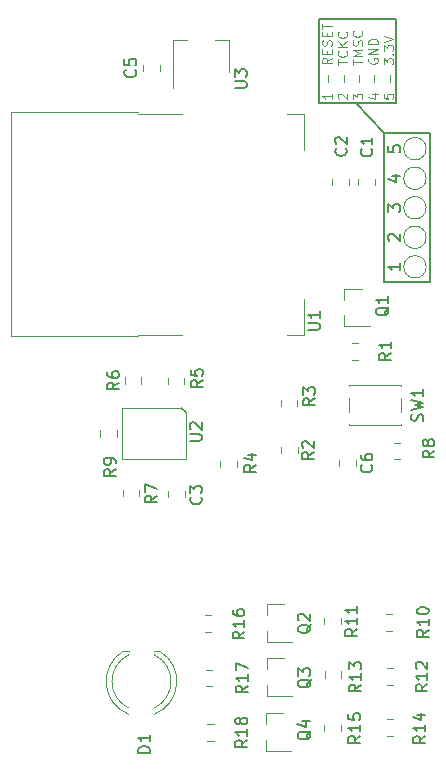
<source format=gbr>
G04 #@! TF.GenerationSoftware,KiCad,Pcbnew,(5.1.5-0-10_14)*
G04 #@! TF.CreationDate,2020-11-09T09:24:24+01:00*
G04 #@! TF.ProjectId,HB-RF-MOD,48422d52-462d-44d4-9f44-2e6b69636164,rev?*
G04 #@! TF.SameCoordinates,Original*
G04 #@! TF.FileFunction,Legend,Top*
G04 #@! TF.FilePolarity,Positive*
%FSLAX46Y46*%
G04 Gerber Fmt 4.6, Leading zero omitted, Abs format (unit mm)*
G04 Created by KiCad (PCBNEW (5.1.5-0-10_14)) date 2020-11-09 09:24:24*
%MOMM*%
%LPD*%
G04 APERTURE LIST*
%ADD10C,0.150000*%
%ADD11C,0.100000*%
%ADD12C,0.120000*%
G04 APERTURE END LIST*
D10*
X45100000Y-23700000D02*
X47500000Y-26300000D01*
X42000000Y-16600000D02*
X42000000Y-23700000D01*
X48500000Y-16600000D02*
X42000000Y-16600000D01*
X48500000Y-23700000D02*
X48500000Y-16600000D01*
X42000000Y-23700000D02*
X48500000Y-23700000D01*
D11*
X43061904Y-22925476D02*
X43061904Y-23382619D01*
X43061904Y-23154047D02*
X42261904Y-23154047D01*
X42376190Y-23230238D01*
X42452380Y-23306428D01*
X42490476Y-23382619D01*
X42757142Y-21973095D02*
X42757142Y-21363571D01*
X43061904Y-19915952D02*
X42680952Y-20182619D01*
X43061904Y-20373095D02*
X42261904Y-20373095D01*
X42261904Y-20068333D01*
X42300000Y-19992142D01*
X42338095Y-19954047D01*
X42414285Y-19915952D01*
X42528571Y-19915952D01*
X42604761Y-19954047D01*
X42642857Y-19992142D01*
X42680952Y-20068333D01*
X42680952Y-20373095D01*
X42642857Y-19573095D02*
X42642857Y-19306428D01*
X43061904Y-19192142D02*
X43061904Y-19573095D01*
X42261904Y-19573095D01*
X42261904Y-19192142D01*
X43023809Y-18887380D02*
X43061904Y-18773095D01*
X43061904Y-18582619D01*
X43023809Y-18506428D01*
X42985714Y-18468333D01*
X42909523Y-18430238D01*
X42833333Y-18430238D01*
X42757142Y-18468333D01*
X42719047Y-18506428D01*
X42680952Y-18582619D01*
X42642857Y-18735000D01*
X42604761Y-18811190D01*
X42566666Y-18849285D01*
X42490476Y-18887380D01*
X42414285Y-18887380D01*
X42338095Y-18849285D01*
X42300000Y-18811190D01*
X42261904Y-18735000D01*
X42261904Y-18544523D01*
X42300000Y-18430238D01*
X42642857Y-18087380D02*
X42642857Y-17820714D01*
X43061904Y-17706428D02*
X43061904Y-18087380D01*
X42261904Y-18087380D01*
X42261904Y-17706428D01*
X42261904Y-17477857D02*
X42261904Y-17020714D01*
X43061904Y-17249285D02*
X42261904Y-17249285D01*
X43638095Y-23382619D02*
X43600000Y-23344523D01*
X43561904Y-23268333D01*
X43561904Y-23077857D01*
X43600000Y-23001666D01*
X43638095Y-22963571D01*
X43714285Y-22925476D01*
X43790476Y-22925476D01*
X43904761Y-22963571D01*
X44361904Y-23420714D01*
X44361904Y-22925476D01*
X44057142Y-21973095D02*
X44057142Y-21363571D01*
X43561904Y-20487380D02*
X43561904Y-20030238D01*
X44361904Y-20258809D02*
X43561904Y-20258809D01*
X44285714Y-19306428D02*
X44323809Y-19344523D01*
X44361904Y-19458809D01*
X44361904Y-19535000D01*
X44323809Y-19649285D01*
X44247619Y-19725476D01*
X44171428Y-19763571D01*
X44019047Y-19801666D01*
X43904761Y-19801666D01*
X43752380Y-19763571D01*
X43676190Y-19725476D01*
X43600000Y-19649285D01*
X43561904Y-19535000D01*
X43561904Y-19458809D01*
X43600000Y-19344523D01*
X43638095Y-19306428D01*
X44361904Y-18963571D02*
X43561904Y-18963571D01*
X44361904Y-18506428D02*
X43904761Y-18849285D01*
X43561904Y-18506428D02*
X44019047Y-18963571D01*
X44285714Y-17706428D02*
X44323809Y-17744523D01*
X44361904Y-17858809D01*
X44361904Y-17935000D01*
X44323809Y-18049285D01*
X44247619Y-18125476D01*
X44171428Y-18163571D01*
X44019047Y-18201666D01*
X43904761Y-18201666D01*
X43752380Y-18163571D01*
X43676190Y-18125476D01*
X43600000Y-18049285D01*
X43561904Y-17935000D01*
X43561904Y-17858809D01*
X43600000Y-17744523D01*
X43638095Y-17706428D01*
X44861904Y-23420714D02*
X44861904Y-22925476D01*
X45166666Y-23192142D01*
X45166666Y-23077857D01*
X45204761Y-23001666D01*
X45242857Y-22963571D01*
X45319047Y-22925476D01*
X45509523Y-22925476D01*
X45585714Y-22963571D01*
X45623809Y-23001666D01*
X45661904Y-23077857D01*
X45661904Y-23306428D01*
X45623809Y-23382619D01*
X45585714Y-23420714D01*
X45357142Y-21973095D02*
X45357142Y-21363571D01*
X44861904Y-20487380D02*
X44861904Y-20030238D01*
X45661904Y-20258809D02*
X44861904Y-20258809D01*
X45661904Y-19763571D02*
X44861904Y-19763571D01*
X45433333Y-19496904D01*
X44861904Y-19230238D01*
X45661904Y-19230238D01*
X45623809Y-18887380D02*
X45661904Y-18773095D01*
X45661904Y-18582619D01*
X45623809Y-18506428D01*
X45585714Y-18468333D01*
X45509523Y-18430238D01*
X45433333Y-18430238D01*
X45357142Y-18468333D01*
X45319047Y-18506428D01*
X45280952Y-18582619D01*
X45242857Y-18735000D01*
X45204761Y-18811190D01*
X45166666Y-18849285D01*
X45090476Y-18887380D01*
X45014285Y-18887380D01*
X44938095Y-18849285D01*
X44900000Y-18811190D01*
X44861904Y-18735000D01*
X44861904Y-18544523D01*
X44900000Y-18430238D01*
X45585714Y-17630238D02*
X45623809Y-17668333D01*
X45661904Y-17782619D01*
X45661904Y-17858809D01*
X45623809Y-17973095D01*
X45547619Y-18049285D01*
X45471428Y-18087380D01*
X45319047Y-18125476D01*
X45204761Y-18125476D01*
X45052380Y-18087380D01*
X44976190Y-18049285D01*
X44900000Y-17973095D01*
X44861904Y-17858809D01*
X44861904Y-17782619D01*
X44900000Y-17668333D01*
X44938095Y-17630238D01*
X46428571Y-23001666D02*
X46961904Y-23001666D01*
X46123809Y-23192142D02*
X46695238Y-23382619D01*
X46695238Y-22887380D01*
X46657142Y-21973095D02*
X46657142Y-21363571D01*
X46200000Y-19954047D02*
X46161904Y-20030238D01*
X46161904Y-20144523D01*
X46200000Y-20258809D01*
X46276190Y-20335000D01*
X46352380Y-20373095D01*
X46504761Y-20411190D01*
X46619047Y-20411190D01*
X46771428Y-20373095D01*
X46847619Y-20335000D01*
X46923809Y-20258809D01*
X46961904Y-20144523D01*
X46961904Y-20068333D01*
X46923809Y-19954047D01*
X46885714Y-19915952D01*
X46619047Y-19915952D01*
X46619047Y-20068333D01*
X46961904Y-19573095D02*
X46161904Y-19573095D01*
X46961904Y-19115952D01*
X46161904Y-19115952D01*
X46961904Y-18735000D02*
X46161904Y-18735000D01*
X46161904Y-18544523D01*
X46200000Y-18430238D01*
X46276190Y-18354047D01*
X46352380Y-18315952D01*
X46504761Y-18277857D01*
X46619047Y-18277857D01*
X46771428Y-18315952D01*
X46847619Y-18354047D01*
X46923809Y-18430238D01*
X46961904Y-18544523D01*
X46961904Y-18735000D01*
X47461904Y-22963571D02*
X47461904Y-23344523D01*
X47842857Y-23382619D01*
X47804761Y-23344523D01*
X47766666Y-23268333D01*
X47766666Y-23077857D01*
X47804761Y-23001666D01*
X47842857Y-22963571D01*
X47919047Y-22925476D01*
X48109523Y-22925476D01*
X48185714Y-22963571D01*
X48223809Y-23001666D01*
X48261904Y-23077857D01*
X48261904Y-23268333D01*
X48223809Y-23344523D01*
X48185714Y-23382619D01*
X47957142Y-21973095D02*
X47957142Y-21363571D01*
X47461904Y-20449285D02*
X47461904Y-19954047D01*
X47766666Y-20220714D01*
X47766666Y-20106428D01*
X47804761Y-20030238D01*
X47842857Y-19992142D01*
X47919047Y-19954047D01*
X48109523Y-19954047D01*
X48185714Y-19992142D01*
X48223809Y-20030238D01*
X48261904Y-20106428D01*
X48261904Y-20335000D01*
X48223809Y-20411190D01*
X48185714Y-20449285D01*
X48185714Y-19611190D02*
X48223809Y-19573095D01*
X48261904Y-19611190D01*
X48223809Y-19649285D01*
X48185714Y-19611190D01*
X48261904Y-19611190D01*
X47461904Y-19306428D02*
X47461904Y-18811190D01*
X47766666Y-19077857D01*
X47766666Y-18963571D01*
X47804761Y-18887380D01*
X47842857Y-18849285D01*
X47919047Y-18811190D01*
X48109523Y-18811190D01*
X48185714Y-18849285D01*
X48223809Y-18887380D01*
X48261904Y-18963571D01*
X48261904Y-19192142D01*
X48223809Y-19268333D01*
X48185714Y-19306428D01*
X47461904Y-18582619D02*
X48261904Y-18315952D01*
X47461904Y-18049285D01*
D10*
X47500000Y-38900000D02*
X51400000Y-38900000D01*
X47500000Y-26300000D02*
X47500000Y-38900000D01*
X51400000Y-26300000D02*
X47500000Y-26300000D01*
X51400000Y-38900000D02*
X51400000Y-26300000D01*
X48852380Y-37314285D02*
X48852380Y-37885714D01*
X48852380Y-37600000D02*
X47852380Y-37600000D01*
X47995238Y-37695238D01*
X48090476Y-37790476D01*
X48138095Y-37885714D01*
X47947619Y-35385714D02*
X47900000Y-35338095D01*
X47852380Y-35242857D01*
X47852380Y-35004761D01*
X47900000Y-34909523D01*
X47947619Y-34861904D01*
X48042857Y-34814285D01*
X48138095Y-34814285D01*
X48280952Y-34861904D01*
X48852380Y-35433333D01*
X48852380Y-34814285D01*
X47852380Y-32933333D02*
X47852380Y-32314285D01*
X48233333Y-32647619D01*
X48233333Y-32504761D01*
X48280952Y-32409523D01*
X48328571Y-32361904D01*
X48423809Y-32314285D01*
X48661904Y-32314285D01*
X48757142Y-32361904D01*
X48804761Y-32409523D01*
X48852380Y-32504761D01*
X48852380Y-32790476D01*
X48804761Y-32885714D01*
X48757142Y-32933333D01*
X48185714Y-29909523D02*
X48852380Y-29909523D01*
X47804761Y-30147619D02*
X48519047Y-30385714D01*
X48519047Y-29766666D01*
X47852380Y-27361904D02*
X47852380Y-27838095D01*
X48328571Y-27885714D01*
X48280952Y-27838095D01*
X48233333Y-27742857D01*
X48233333Y-27504761D01*
X48280952Y-27409523D01*
X48328571Y-27361904D01*
X48423809Y-27314285D01*
X48661904Y-27314285D01*
X48757142Y-27361904D01*
X48804761Y-27409523D01*
X48852380Y-27504761D01*
X48852380Y-27742857D01*
X48804761Y-27838095D01*
X48757142Y-27885714D01*
D12*
X51050000Y-32600000D02*
G75*
G03X51050000Y-32600000I-950000J0D01*
G01*
X51050000Y-35100000D02*
G75*
G03X51050000Y-35100000I-950000J0D01*
G01*
X51050000Y-37600000D02*
G75*
G03X51050000Y-37600000I-950000J0D01*
G01*
X51050000Y-30100000D02*
G75*
G03X51050000Y-30100000I-950000J0D01*
G01*
X51050000Y-27600000D02*
G75*
G03X51050000Y-27600000I-950000J0D01*
G01*
X32528748Y-77710000D02*
X33051252Y-77710000D01*
X32528748Y-76290000D02*
X33051252Y-76290000D01*
X32931252Y-71700000D02*
X32408748Y-71700000D01*
X32931252Y-73120000D02*
X32408748Y-73120000D01*
X32811252Y-67110000D02*
X32288748Y-67110000D01*
X32811252Y-68530000D02*
X32288748Y-68530000D01*
X43845000Y-76941252D02*
X43845000Y-76418748D01*
X42425000Y-76941252D02*
X42425000Y-76418748D01*
X48261252Y-75890000D02*
X47738748Y-75890000D01*
X48261252Y-77310000D02*
X47738748Y-77310000D01*
X43870000Y-72381252D02*
X43870000Y-71858748D01*
X42450000Y-72381252D02*
X42450000Y-71858748D01*
X48261252Y-71590000D02*
X47738748Y-71590000D01*
X48261252Y-73010000D02*
X47738748Y-73010000D01*
X42400000Y-67338748D02*
X42400000Y-67861252D01*
X43820000Y-67338748D02*
X43820000Y-67861252D01*
X48161252Y-66990000D02*
X47638748Y-66990000D01*
X48161252Y-68410000D02*
X47638748Y-68410000D01*
X37450000Y-75400000D02*
X38910000Y-75400000D01*
X37450000Y-78560000D02*
X39610000Y-78560000D01*
X37450000Y-78560000D02*
X37450000Y-77630000D01*
X37450000Y-75400000D02*
X37450000Y-76330000D01*
X37540000Y-70740000D02*
X39000000Y-70740000D01*
X37540000Y-73900000D02*
X39700000Y-73900000D01*
X37540000Y-73900000D02*
X37540000Y-72970000D01*
X37540000Y-70740000D02*
X37540000Y-71670000D01*
X37550000Y-66170000D02*
X39010000Y-66170000D01*
X37550000Y-69330000D02*
X39710000Y-69330000D01*
X37550000Y-69330000D02*
X37550000Y-68400000D01*
X37550000Y-66170000D02*
X37550000Y-67100000D01*
X25870000Y-70138500D02*
X25405000Y-70138500D01*
X28495000Y-70138500D02*
X28030000Y-70138500D01*
X25869571Y-74952979D02*
G75*
G02X25870000Y-70443816I1080429J2254479D01*
G01*
X28030429Y-74952979D02*
G75*
G03X28030000Y-70443816I-1080429J2254479D01*
G01*
X25869173Y-75486315D02*
G75*
G02X25405170Y-70138500I1080827J2787815D01*
G01*
X28030827Y-75486315D02*
G75*
G03X28494830Y-70138500I-1080827J2787815D01*
G01*
X15930000Y-24480000D02*
X15930000Y-43480000D01*
X15930000Y-43480000D02*
X26630000Y-43480000D01*
X15930000Y-24480000D02*
X26645000Y-24482000D01*
X40750000Y-43330000D02*
X39285000Y-43330000D01*
X26630000Y-24630000D02*
X30395000Y-24632000D01*
X26630000Y-43330000D02*
X30395000Y-43330000D01*
X40750000Y-24630000D02*
X40750000Y-27730000D01*
X39285000Y-24632000D02*
X40750000Y-24630000D01*
X40750000Y-43330000D02*
X40750000Y-40330000D01*
D10*
X30730000Y-49902000D02*
X30316000Y-49530000D01*
D12*
X30730000Y-53830000D02*
X25330000Y-53830000D01*
X25330000Y-53830000D02*
X25330000Y-49530000D01*
X30316000Y-49530000D02*
X25330000Y-49530000D01*
X30730000Y-53830000D02*
X30730000Y-49902000D01*
X23470000Y-51443748D02*
X23470000Y-51966252D01*
X24890000Y-51443748D02*
X24890000Y-51966252D01*
X29190000Y-56538748D02*
X29190000Y-57061252D01*
X30610000Y-56538748D02*
X30610000Y-57061252D01*
X29600000Y-18420000D02*
X30800000Y-18420000D01*
X29600000Y-22420000D02*
X29600000Y-18420000D01*
X34400000Y-18420000D02*
X34400000Y-21120000D01*
X33200000Y-18420000D02*
X34400000Y-18420000D01*
X48900000Y-47600000D02*
X44500000Y-47600000D01*
X44500000Y-47600000D02*
X44500000Y-47720000D01*
X44500000Y-48730000D02*
X44500000Y-49870000D01*
X44500000Y-50880000D02*
X44500000Y-51000000D01*
X44500000Y-51000000D02*
X48900000Y-51000000D01*
X48900000Y-51000000D02*
X48900000Y-50880000D01*
X48900000Y-49870000D02*
X48900000Y-48730000D01*
X48900000Y-47720000D02*
X48900000Y-47600000D01*
X48861252Y-52490000D02*
X48338748Y-52490000D01*
X48861252Y-53910000D02*
X48338748Y-53910000D01*
X25345000Y-56518748D02*
X25345000Y-57041252D01*
X26765000Y-56518748D02*
X26765000Y-57041252D01*
X26940000Y-47491252D02*
X26940000Y-46968748D01*
X25520000Y-47491252D02*
X25520000Y-46968748D01*
X30590000Y-47516252D02*
X30590000Y-46993748D01*
X29170000Y-47516252D02*
X29170000Y-46993748D01*
X43690000Y-53938748D02*
X43690000Y-54461252D01*
X45110000Y-53938748D02*
X45110000Y-54461252D01*
X27090000Y-20538748D02*
X27090000Y-21061252D01*
X28510000Y-20538748D02*
X28510000Y-21061252D01*
X35010000Y-54561252D02*
X35010000Y-54038748D01*
X33590000Y-54561252D02*
X33590000Y-54038748D01*
X40140000Y-49395552D02*
X40140000Y-48873048D01*
X38720000Y-49395552D02*
X38720000Y-48873048D01*
X38745000Y-52868748D02*
X38745000Y-53391252D01*
X40165000Y-52868748D02*
X40165000Y-53391252D01*
X44120000Y-39450000D02*
X45580000Y-39450000D01*
X44120000Y-42610000D02*
X46280000Y-42610000D01*
X44120000Y-42610000D02*
X44120000Y-41680000D01*
X44120000Y-39450000D02*
X44120000Y-40380000D01*
X45261252Y-44090000D02*
X44738748Y-44090000D01*
X45261252Y-45510000D02*
X44738748Y-45510000D01*
X43090000Y-30138748D02*
X43090000Y-30661252D01*
X44510000Y-30138748D02*
X44510000Y-30661252D01*
X45290000Y-30138748D02*
X45290000Y-30661252D01*
X46710000Y-30138748D02*
X46710000Y-30661252D01*
D10*
X35902380Y-77672857D02*
X35426190Y-78006190D01*
X35902380Y-78244285D02*
X34902380Y-78244285D01*
X34902380Y-77863333D01*
X34950000Y-77768095D01*
X34997619Y-77720476D01*
X35092857Y-77672857D01*
X35235714Y-77672857D01*
X35330952Y-77720476D01*
X35378571Y-77768095D01*
X35426190Y-77863333D01*
X35426190Y-78244285D01*
X35902380Y-76720476D02*
X35902380Y-77291904D01*
X35902380Y-77006190D02*
X34902380Y-77006190D01*
X35045238Y-77101428D01*
X35140476Y-77196666D01*
X35188095Y-77291904D01*
X35330952Y-76149047D02*
X35283333Y-76244285D01*
X35235714Y-76291904D01*
X35140476Y-76339523D01*
X35092857Y-76339523D01*
X34997619Y-76291904D01*
X34950000Y-76244285D01*
X34902380Y-76149047D01*
X34902380Y-75958571D01*
X34950000Y-75863333D01*
X34997619Y-75815714D01*
X35092857Y-75768095D01*
X35140476Y-75768095D01*
X35235714Y-75815714D01*
X35283333Y-75863333D01*
X35330952Y-75958571D01*
X35330952Y-76149047D01*
X35378571Y-76244285D01*
X35426190Y-76291904D01*
X35521428Y-76339523D01*
X35711904Y-76339523D01*
X35807142Y-76291904D01*
X35854761Y-76244285D01*
X35902380Y-76149047D01*
X35902380Y-75958571D01*
X35854761Y-75863333D01*
X35807142Y-75815714D01*
X35711904Y-75768095D01*
X35521428Y-75768095D01*
X35426190Y-75815714D01*
X35378571Y-75863333D01*
X35330952Y-75958571D01*
X35932380Y-73052857D02*
X35456190Y-73386190D01*
X35932380Y-73624285D02*
X34932380Y-73624285D01*
X34932380Y-73243333D01*
X34980000Y-73148095D01*
X35027619Y-73100476D01*
X35122857Y-73052857D01*
X35265714Y-73052857D01*
X35360952Y-73100476D01*
X35408571Y-73148095D01*
X35456190Y-73243333D01*
X35456190Y-73624285D01*
X35932380Y-72100476D02*
X35932380Y-72671904D01*
X35932380Y-72386190D02*
X34932380Y-72386190D01*
X35075238Y-72481428D01*
X35170476Y-72576666D01*
X35218095Y-72671904D01*
X34932380Y-71767142D02*
X34932380Y-71100476D01*
X35932380Y-71529047D01*
X35662380Y-68482857D02*
X35186190Y-68816190D01*
X35662380Y-69054285D02*
X34662380Y-69054285D01*
X34662380Y-68673333D01*
X34710000Y-68578095D01*
X34757619Y-68530476D01*
X34852857Y-68482857D01*
X34995714Y-68482857D01*
X35090952Y-68530476D01*
X35138571Y-68578095D01*
X35186190Y-68673333D01*
X35186190Y-69054285D01*
X35662380Y-67530476D02*
X35662380Y-68101904D01*
X35662380Y-67816190D02*
X34662380Y-67816190D01*
X34805238Y-67911428D01*
X34900476Y-68006666D01*
X34948095Y-68101904D01*
X34662380Y-66673333D02*
X34662380Y-66863809D01*
X34710000Y-66959047D01*
X34757619Y-67006666D01*
X34900476Y-67101904D01*
X35090952Y-67149523D01*
X35471904Y-67149523D01*
X35567142Y-67101904D01*
X35614761Y-67054285D01*
X35662380Y-66959047D01*
X35662380Y-66768571D01*
X35614761Y-66673333D01*
X35567142Y-66625714D01*
X35471904Y-66578095D01*
X35233809Y-66578095D01*
X35138571Y-66625714D01*
X35090952Y-66673333D01*
X35043333Y-66768571D01*
X35043333Y-66959047D01*
X35090952Y-67054285D01*
X35138571Y-67101904D01*
X35233809Y-67149523D01*
X45472380Y-77302857D02*
X44996190Y-77636190D01*
X45472380Y-77874285D02*
X44472380Y-77874285D01*
X44472380Y-77493333D01*
X44520000Y-77398095D01*
X44567619Y-77350476D01*
X44662857Y-77302857D01*
X44805714Y-77302857D01*
X44900952Y-77350476D01*
X44948571Y-77398095D01*
X44996190Y-77493333D01*
X44996190Y-77874285D01*
X45472380Y-76350476D02*
X45472380Y-76921904D01*
X45472380Y-76636190D02*
X44472380Y-76636190D01*
X44615238Y-76731428D01*
X44710476Y-76826666D01*
X44758095Y-76921904D01*
X44472380Y-75445714D02*
X44472380Y-75921904D01*
X44948571Y-75969523D01*
X44900952Y-75921904D01*
X44853333Y-75826666D01*
X44853333Y-75588571D01*
X44900952Y-75493333D01*
X44948571Y-75445714D01*
X45043809Y-75398095D01*
X45281904Y-75398095D01*
X45377142Y-75445714D01*
X45424761Y-75493333D01*
X45472380Y-75588571D01*
X45472380Y-75826666D01*
X45424761Y-75921904D01*
X45377142Y-75969523D01*
X50977380Y-77317857D02*
X50501190Y-77651190D01*
X50977380Y-77889285D02*
X49977380Y-77889285D01*
X49977380Y-77508333D01*
X50025000Y-77413095D01*
X50072619Y-77365476D01*
X50167857Y-77317857D01*
X50310714Y-77317857D01*
X50405952Y-77365476D01*
X50453571Y-77413095D01*
X50501190Y-77508333D01*
X50501190Y-77889285D01*
X50977380Y-76365476D02*
X50977380Y-76936904D01*
X50977380Y-76651190D02*
X49977380Y-76651190D01*
X50120238Y-76746428D01*
X50215476Y-76841666D01*
X50263095Y-76936904D01*
X50310714Y-75508333D02*
X50977380Y-75508333D01*
X49929761Y-75746428D02*
X50644047Y-75984523D01*
X50644047Y-75365476D01*
X45542380Y-72972857D02*
X45066190Y-73306190D01*
X45542380Y-73544285D02*
X44542380Y-73544285D01*
X44542380Y-73163333D01*
X44590000Y-73068095D01*
X44637619Y-73020476D01*
X44732857Y-72972857D01*
X44875714Y-72972857D01*
X44970952Y-73020476D01*
X45018571Y-73068095D01*
X45066190Y-73163333D01*
X45066190Y-73544285D01*
X45542380Y-72020476D02*
X45542380Y-72591904D01*
X45542380Y-72306190D02*
X44542380Y-72306190D01*
X44685238Y-72401428D01*
X44780476Y-72496666D01*
X44828095Y-72591904D01*
X44542380Y-71687142D02*
X44542380Y-71068095D01*
X44923333Y-71401428D01*
X44923333Y-71258571D01*
X44970952Y-71163333D01*
X45018571Y-71115714D01*
X45113809Y-71068095D01*
X45351904Y-71068095D01*
X45447142Y-71115714D01*
X45494761Y-71163333D01*
X45542380Y-71258571D01*
X45542380Y-71544285D01*
X45494761Y-71639523D01*
X45447142Y-71687142D01*
X51152380Y-72942857D02*
X50676190Y-73276190D01*
X51152380Y-73514285D02*
X50152380Y-73514285D01*
X50152380Y-73133333D01*
X50200000Y-73038095D01*
X50247619Y-72990476D01*
X50342857Y-72942857D01*
X50485714Y-72942857D01*
X50580952Y-72990476D01*
X50628571Y-73038095D01*
X50676190Y-73133333D01*
X50676190Y-73514285D01*
X51152380Y-71990476D02*
X51152380Y-72561904D01*
X51152380Y-72276190D02*
X50152380Y-72276190D01*
X50295238Y-72371428D01*
X50390476Y-72466666D01*
X50438095Y-72561904D01*
X50247619Y-71609523D02*
X50200000Y-71561904D01*
X50152380Y-71466666D01*
X50152380Y-71228571D01*
X50200000Y-71133333D01*
X50247619Y-71085714D01*
X50342857Y-71038095D01*
X50438095Y-71038095D01*
X50580952Y-71085714D01*
X51152380Y-71657142D01*
X51152380Y-71038095D01*
X45212380Y-68242857D02*
X44736190Y-68576190D01*
X45212380Y-68814285D02*
X44212380Y-68814285D01*
X44212380Y-68433333D01*
X44260000Y-68338095D01*
X44307619Y-68290476D01*
X44402857Y-68242857D01*
X44545714Y-68242857D01*
X44640952Y-68290476D01*
X44688571Y-68338095D01*
X44736190Y-68433333D01*
X44736190Y-68814285D01*
X45212380Y-67290476D02*
X45212380Y-67861904D01*
X45212380Y-67576190D02*
X44212380Y-67576190D01*
X44355238Y-67671428D01*
X44450476Y-67766666D01*
X44498095Y-67861904D01*
X45212380Y-66338095D02*
X45212380Y-66909523D01*
X45212380Y-66623809D02*
X44212380Y-66623809D01*
X44355238Y-66719047D01*
X44450476Y-66814285D01*
X44498095Y-66909523D01*
X51252380Y-68342857D02*
X50776190Y-68676190D01*
X51252380Y-68914285D02*
X50252380Y-68914285D01*
X50252380Y-68533333D01*
X50300000Y-68438095D01*
X50347619Y-68390476D01*
X50442857Y-68342857D01*
X50585714Y-68342857D01*
X50680952Y-68390476D01*
X50728571Y-68438095D01*
X50776190Y-68533333D01*
X50776190Y-68914285D01*
X51252380Y-67390476D02*
X51252380Y-67961904D01*
X51252380Y-67676190D02*
X50252380Y-67676190D01*
X50395238Y-67771428D01*
X50490476Y-67866666D01*
X50538095Y-67961904D01*
X50252380Y-66771428D02*
X50252380Y-66676190D01*
X50300000Y-66580952D01*
X50347619Y-66533333D01*
X50442857Y-66485714D01*
X50633333Y-66438095D01*
X50871428Y-66438095D01*
X51061904Y-66485714D01*
X51157142Y-66533333D01*
X51204761Y-66580952D01*
X51252380Y-66676190D01*
X51252380Y-66771428D01*
X51204761Y-66866666D01*
X51157142Y-66914285D01*
X51061904Y-66961904D01*
X50871428Y-67009523D01*
X50633333Y-67009523D01*
X50442857Y-66961904D01*
X50347619Y-66914285D01*
X50300000Y-66866666D01*
X50252380Y-66771428D01*
X41287619Y-76895238D02*
X41240000Y-76990476D01*
X41144761Y-77085714D01*
X41001904Y-77228571D01*
X40954285Y-77323809D01*
X40954285Y-77419047D01*
X41192380Y-77371428D02*
X41144761Y-77466666D01*
X41049523Y-77561904D01*
X40859047Y-77609523D01*
X40525714Y-77609523D01*
X40335238Y-77561904D01*
X40240000Y-77466666D01*
X40192380Y-77371428D01*
X40192380Y-77180952D01*
X40240000Y-77085714D01*
X40335238Y-76990476D01*
X40525714Y-76942857D01*
X40859047Y-76942857D01*
X41049523Y-76990476D01*
X41144761Y-77085714D01*
X41192380Y-77180952D01*
X41192380Y-77371428D01*
X40525714Y-76085714D02*
X41192380Y-76085714D01*
X40144761Y-76323809D02*
X40859047Y-76561904D01*
X40859047Y-75942857D01*
X41327619Y-72495238D02*
X41280000Y-72590476D01*
X41184761Y-72685714D01*
X41041904Y-72828571D01*
X40994285Y-72923809D01*
X40994285Y-73019047D01*
X41232380Y-72971428D02*
X41184761Y-73066666D01*
X41089523Y-73161904D01*
X40899047Y-73209523D01*
X40565714Y-73209523D01*
X40375238Y-73161904D01*
X40280000Y-73066666D01*
X40232380Y-72971428D01*
X40232380Y-72780952D01*
X40280000Y-72685714D01*
X40375238Y-72590476D01*
X40565714Y-72542857D01*
X40899047Y-72542857D01*
X41089523Y-72590476D01*
X41184761Y-72685714D01*
X41232380Y-72780952D01*
X41232380Y-72971428D01*
X40232380Y-72209523D02*
X40232380Y-71590476D01*
X40613333Y-71923809D01*
X40613333Y-71780952D01*
X40660952Y-71685714D01*
X40708571Y-71638095D01*
X40803809Y-71590476D01*
X41041904Y-71590476D01*
X41137142Y-71638095D01*
X41184761Y-71685714D01*
X41232380Y-71780952D01*
X41232380Y-72066666D01*
X41184761Y-72161904D01*
X41137142Y-72209523D01*
X41287618Y-67875238D02*
X41239999Y-67970476D01*
X41144760Y-68065714D01*
X41001903Y-68208571D01*
X40954284Y-68303809D01*
X40954284Y-68399047D01*
X41192379Y-68351428D02*
X41144760Y-68446666D01*
X41049522Y-68541904D01*
X40859046Y-68589523D01*
X40525713Y-68589523D01*
X40335237Y-68541904D01*
X40239999Y-68446666D01*
X40192379Y-68351428D01*
X40192379Y-68160952D01*
X40239999Y-68065714D01*
X40335237Y-67970476D01*
X40525713Y-67922857D01*
X40859046Y-67922857D01*
X41049522Y-67970476D01*
X41144760Y-68065714D01*
X41192379Y-68160952D01*
X41192379Y-68351428D01*
X40287618Y-67541904D02*
X40239999Y-67494285D01*
X40192379Y-67399047D01*
X40192379Y-67160952D01*
X40239999Y-67065714D01*
X40287618Y-67018095D01*
X40382856Y-66970476D01*
X40478094Y-66970476D01*
X40620951Y-67018095D01*
X41192379Y-67589523D01*
X41192379Y-66970476D01*
X27652380Y-78738095D02*
X26652380Y-78738095D01*
X26652380Y-78500000D01*
X26700000Y-78357142D01*
X26795238Y-78261904D01*
X26890476Y-78214285D01*
X27080952Y-78166666D01*
X27223809Y-78166666D01*
X27414285Y-78214285D01*
X27509523Y-78261904D01*
X27604761Y-78357142D01*
X27652380Y-78500000D01*
X27652380Y-78738095D01*
X27652380Y-77214285D02*
X27652380Y-77785714D01*
X27652380Y-77500000D02*
X26652380Y-77500000D01*
X26795238Y-77595238D01*
X26890476Y-77690476D01*
X26938095Y-77785714D01*
X41032380Y-42941904D02*
X41841904Y-42941904D01*
X41937142Y-42894285D01*
X41984761Y-42846666D01*
X42032380Y-42751428D01*
X42032380Y-42560952D01*
X41984761Y-42465714D01*
X41937142Y-42418095D01*
X41841904Y-42370476D01*
X41032380Y-42370476D01*
X42032380Y-41370476D02*
X42032380Y-41941904D01*
X42032380Y-41656190D02*
X41032380Y-41656190D01*
X41175238Y-41751428D01*
X41270476Y-41846666D01*
X41318095Y-41941904D01*
X31032380Y-52341904D02*
X31841904Y-52341904D01*
X31937142Y-52294285D01*
X31984761Y-52246666D01*
X32032380Y-52151428D01*
X32032380Y-51960952D01*
X31984761Y-51865714D01*
X31937142Y-51818095D01*
X31841904Y-51770476D01*
X31032380Y-51770476D01*
X31127619Y-51341904D02*
X31080000Y-51294285D01*
X31032380Y-51199047D01*
X31032380Y-50960952D01*
X31080000Y-50865714D01*
X31127619Y-50818095D01*
X31222857Y-50770476D01*
X31318095Y-50770476D01*
X31460952Y-50818095D01*
X32032380Y-51389523D01*
X32032380Y-50770476D01*
X24757380Y-54721666D02*
X24281190Y-55055000D01*
X24757380Y-55293095D02*
X23757380Y-55293095D01*
X23757380Y-54912142D01*
X23805000Y-54816904D01*
X23852619Y-54769285D01*
X23947857Y-54721666D01*
X24090714Y-54721666D01*
X24185952Y-54769285D01*
X24233571Y-54816904D01*
X24281190Y-54912142D01*
X24281190Y-55293095D01*
X24757380Y-54245476D02*
X24757380Y-54055000D01*
X24709761Y-53959761D01*
X24662142Y-53912142D01*
X24519285Y-53816904D01*
X24328809Y-53769285D01*
X23947857Y-53769285D01*
X23852619Y-53816904D01*
X23805000Y-53864523D01*
X23757380Y-53959761D01*
X23757380Y-54150238D01*
X23805000Y-54245476D01*
X23852619Y-54293095D01*
X23947857Y-54340714D01*
X24185952Y-54340714D01*
X24281190Y-54293095D01*
X24328809Y-54245476D01*
X24376428Y-54150238D01*
X24376428Y-53959761D01*
X24328809Y-53864523D01*
X24281190Y-53816904D01*
X24185952Y-53769285D01*
X31957142Y-57066666D02*
X32004761Y-57114285D01*
X32052380Y-57257142D01*
X32052380Y-57352380D01*
X32004761Y-57495238D01*
X31909523Y-57590476D01*
X31814285Y-57638095D01*
X31623809Y-57685714D01*
X31480952Y-57685714D01*
X31290476Y-57638095D01*
X31195238Y-57590476D01*
X31100000Y-57495238D01*
X31052380Y-57352380D01*
X31052380Y-57257142D01*
X31100000Y-57114285D01*
X31147619Y-57066666D01*
X31052380Y-56733333D02*
X31052380Y-56114285D01*
X31433333Y-56447619D01*
X31433333Y-56304761D01*
X31480952Y-56209523D01*
X31528571Y-56161904D01*
X31623809Y-56114285D01*
X31861904Y-56114285D01*
X31957142Y-56161904D01*
X32004761Y-56209523D01*
X32052380Y-56304761D01*
X32052380Y-56590476D01*
X32004761Y-56685714D01*
X31957142Y-56733333D01*
X34852380Y-22461904D02*
X35661904Y-22461904D01*
X35757142Y-22414285D01*
X35804761Y-22366666D01*
X35852380Y-22271428D01*
X35852380Y-22080952D01*
X35804761Y-21985714D01*
X35757142Y-21938095D01*
X35661904Y-21890476D01*
X34852380Y-21890476D01*
X34852380Y-21509523D02*
X34852380Y-20890476D01*
X35233333Y-21223809D01*
X35233333Y-21080952D01*
X35280952Y-20985714D01*
X35328571Y-20938095D01*
X35423809Y-20890476D01*
X35661904Y-20890476D01*
X35757142Y-20938095D01*
X35804761Y-20985714D01*
X35852380Y-21080952D01*
X35852380Y-21366666D01*
X35804761Y-21461904D01*
X35757142Y-21509523D01*
X50749761Y-50643333D02*
X50797380Y-50500476D01*
X50797380Y-50262380D01*
X50749761Y-50167142D01*
X50702142Y-50119523D01*
X50606904Y-50071904D01*
X50511666Y-50071904D01*
X50416428Y-50119523D01*
X50368809Y-50167142D01*
X50321190Y-50262380D01*
X50273571Y-50452857D01*
X50225952Y-50548095D01*
X50178333Y-50595714D01*
X50083095Y-50643333D01*
X49987857Y-50643333D01*
X49892619Y-50595714D01*
X49845000Y-50548095D01*
X49797380Y-50452857D01*
X49797380Y-50214761D01*
X49845000Y-50071904D01*
X49797380Y-49738571D02*
X50797380Y-49500476D01*
X50083095Y-49310000D01*
X50797380Y-49119523D01*
X49797380Y-48881428D01*
X50797380Y-47976666D02*
X50797380Y-48548095D01*
X50797380Y-48262380D02*
X49797380Y-48262380D01*
X49940238Y-48357619D01*
X50035476Y-48452857D01*
X50083095Y-48548095D01*
X51752380Y-53166666D02*
X51276190Y-53500000D01*
X51752380Y-53738095D02*
X50752380Y-53738095D01*
X50752380Y-53357142D01*
X50800000Y-53261904D01*
X50847619Y-53214285D01*
X50942857Y-53166666D01*
X51085714Y-53166666D01*
X51180952Y-53214285D01*
X51228571Y-53261904D01*
X51276190Y-53357142D01*
X51276190Y-53738095D01*
X51180952Y-52595238D02*
X51133333Y-52690476D01*
X51085714Y-52738095D01*
X50990476Y-52785714D01*
X50942857Y-52785714D01*
X50847619Y-52738095D01*
X50800000Y-52690476D01*
X50752380Y-52595238D01*
X50752380Y-52404761D01*
X50800000Y-52309523D01*
X50847619Y-52261904D01*
X50942857Y-52214285D01*
X50990476Y-52214285D01*
X51085714Y-52261904D01*
X51133333Y-52309523D01*
X51180952Y-52404761D01*
X51180952Y-52595238D01*
X51228571Y-52690476D01*
X51276190Y-52738095D01*
X51371428Y-52785714D01*
X51561904Y-52785714D01*
X51657142Y-52738095D01*
X51704761Y-52690476D01*
X51752380Y-52595238D01*
X51752380Y-52404761D01*
X51704761Y-52309523D01*
X51657142Y-52261904D01*
X51561904Y-52214285D01*
X51371428Y-52214285D01*
X51276190Y-52261904D01*
X51228571Y-52309523D01*
X51180952Y-52404761D01*
X28252380Y-56966666D02*
X27776190Y-57300000D01*
X28252380Y-57538095D02*
X27252380Y-57538095D01*
X27252380Y-57157142D01*
X27300000Y-57061904D01*
X27347619Y-57014285D01*
X27442857Y-56966666D01*
X27585714Y-56966666D01*
X27680952Y-57014285D01*
X27728571Y-57061904D01*
X27776190Y-57157142D01*
X27776190Y-57538095D01*
X27252380Y-56633333D02*
X27252380Y-55966666D01*
X28252380Y-56395238D01*
X25032380Y-47396666D02*
X24556190Y-47730000D01*
X25032380Y-47968095D02*
X24032380Y-47968095D01*
X24032380Y-47587142D01*
X24080000Y-47491904D01*
X24127619Y-47444285D01*
X24222857Y-47396666D01*
X24365714Y-47396666D01*
X24460952Y-47444285D01*
X24508571Y-47491904D01*
X24556190Y-47587142D01*
X24556190Y-47968095D01*
X24032380Y-46539523D02*
X24032380Y-46730000D01*
X24080000Y-46825238D01*
X24127619Y-46872857D01*
X24270476Y-46968095D01*
X24460952Y-47015714D01*
X24841904Y-47015714D01*
X24937142Y-46968095D01*
X24984761Y-46920476D01*
X25032380Y-46825238D01*
X25032380Y-46634761D01*
X24984761Y-46539523D01*
X24937142Y-46491904D01*
X24841904Y-46444285D01*
X24603809Y-46444285D01*
X24508571Y-46491904D01*
X24460952Y-46539523D01*
X24413333Y-46634761D01*
X24413333Y-46825238D01*
X24460952Y-46920476D01*
X24508571Y-46968095D01*
X24603809Y-47015714D01*
X32132380Y-47221666D02*
X31656190Y-47555000D01*
X32132380Y-47793095D02*
X31132380Y-47793095D01*
X31132380Y-47412142D01*
X31180000Y-47316904D01*
X31227619Y-47269285D01*
X31322857Y-47221666D01*
X31465714Y-47221666D01*
X31560952Y-47269285D01*
X31608571Y-47316904D01*
X31656190Y-47412142D01*
X31656190Y-47793095D01*
X31132380Y-46316904D02*
X31132380Y-46793095D01*
X31608571Y-46840714D01*
X31560952Y-46793095D01*
X31513333Y-46697857D01*
X31513333Y-46459761D01*
X31560952Y-46364523D01*
X31608571Y-46316904D01*
X31703809Y-46269285D01*
X31941904Y-46269285D01*
X32037142Y-46316904D01*
X32084761Y-46364523D01*
X32132380Y-46459761D01*
X32132380Y-46697857D01*
X32084761Y-46793095D01*
X32037142Y-46840714D01*
X46407142Y-54366666D02*
X46454761Y-54414285D01*
X46502380Y-54557142D01*
X46502380Y-54652380D01*
X46454761Y-54795238D01*
X46359523Y-54890476D01*
X46264285Y-54938095D01*
X46073809Y-54985714D01*
X45930952Y-54985714D01*
X45740476Y-54938095D01*
X45645238Y-54890476D01*
X45550000Y-54795238D01*
X45502380Y-54652380D01*
X45502380Y-54557142D01*
X45550000Y-54414285D01*
X45597619Y-54366666D01*
X45502380Y-53509523D02*
X45502380Y-53700000D01*
X45550000Y-53795238D01*
X45597619Y-53842857D01*
X45740476Y-53938095D01*
X45930952Y-53985714D01*
X46311904Y-53985714D01*
X46407142Y-53938095D01*
X46454761Y-53890476D01*
X46502380Y-53795238D01*
X46502380Y-53604761D01*
X46454761Y-53509523D01*
X46407142Y-53461904D01*
X46311904Y-53414285D01*
X46073809Y-53414285D01*
X45978571Y-53461904D01*
X45930952Y-53509523D01*
X45883333Y-53604761D01*
X45883333Y-53795238D01*
X45930952Y-53890476D01*
X45978571Y-53938095D01*
X46073809Y-53985714D01*
X26407142Y-20916666D02*
X26454761Y-20964285D01*
X26502380Y-21107142D01*
X26502380Y-21202380D01*
X26454761Y-21345238D01*
X26359523Y-21440476D01*
X26264285Y-21488095D01*
X26073809Y-21535714D01*
X25930952Y-21535714D01*
X25740476Y-21488095D01*
X25645238Y-21440476D01*
X25550000Y-21345238D01*
X25502380Y-21202380D01*
X25502380Y-21107142D01*
X25550000Y-20964285D01*
X25597619Y-20916666D01*
X25502380Y-20011904D02*
X25502380Y-20488095D01*
X25978571Y-20535714D01*
X25930952Y-20488095D01*
X25883333Y-20392857D01*
X25883333Y-20154761D01*
X25930952Y-20059523D01*
X25978571Y-20011904D01*
X26073809Y-19964285D01*
X26311904Y-19964285D01*
X26407142Y-20011904D01*
X26454761Y-20059523D01*
X26502380Y-20154761D01*
X26502380Y-20392857D01*
X26454761Y-20488095D01*
X26407142Y-20535714D01*
X36652380Y-54366666D02*
X36176190Y-54700000D01*
X36652380Y-54938095D02*
X35652380Y-54938095D01*
X35652380Y-54557142D01*
X35700000Y-54461904D01*
X35747619Y-54414285D01*
X35842857Y-54366666D01*
X35985714Y-54366666D01*
X36080952Y-54414285D01*
X36128571Y-54461904D01*
X36176190Y-54557142D01*
X36176190Y-54938095D01*
X35985714Y-53509523D02*
X36652380Y-53509523D01*
X35604761Y-53747619D02*
X36319047Y-53985714D01*
X36319047Y-53366666D01*
X41632380Y-48746666D02*
X41156190Y-49080000D01*
X41632380Y-49318095D02*
X40632380Y-49318095D01*
X40632380Y-48937142D01*
X40680000Y-48841904D01*
X40727619Y-48794285D01*
X40822857Y-48746666D01*
X40965714Y-48746666D01*
X41060952Y-48794285D01*
X41108571Y-48841904D01*
X41156190Y-48937142D01*
X41156190Y-49318095D01*
X40632380Y-48413333D02*
X40632380Y-47794285D01*
X41013333Y-48127619D01*
X41013333Y-47984761D01*
X41060952Y-47889523D01*
X41108571Y-47841904D01*
X41203809Y-47794285D01*
X41441904Y-47794285D01*
X41537142Y-47841904D01*
X41584761Y-47889523D01*
X41632380Y-47984761D01*
X41632380Y-48270476D01*
X41584761Y-48365714D01*
X41537142Y-48413333D01*
X41557380Y-53296666D02*
X41081190Y-53630000D01*
X41557380Y-53868095D02*
X40557380Y-53868095D01*
X40557380Y-53487142D01*
X40605000Y-53391904D01*
X40652619Y-53344285D01*
X40747857Y-53296666D01*
X40890714Y-53296666D01*
X40985952Y-53344285D01*
X41033571Y-53391904D01*
X41081190Y-53487142D01*
X41081190Y-53868095D01*
X40652619Y-52915714D02*
X40605000Y-52868095D01*
X40557380Y-52772857D01*
X40557380Y-52534761D01*
X40605000Y-52439523D01*
X40652619Y-52391904D01*
X40747857Y-52344285D01*
X40843095Y-52344285D01*
X40985952Y-52391904D01*
X41557380Y-52963333D01*
X41557380Y-52344285D01*
X47902619Y-41000238D02*
X47855000Y-41095476D01*
X47759761Y-41190714D01*
X47616904Y-41333571D01*
X47569285Y-41428809D01*
X47569285Y-41524047D01*
X47807380Y-41476428D02*
X47759761Y-41571666D01*
X47664523Y-41666904D01*
X47474047Y-41714523D01*
X47140714Y-41714523D01*
X46950238Y-41666904D01*
X46855000Y-41571666D01*
X46807380Y-41476428D01*
X46807380Y-41285952D01*
X46855000Y-41190714D01*
X46950238Y-41095476D01*
X47140714Y-41047857D01*
X47474047Y-41047857D01*
X47664523Y-41095476D01*
X47759761Y-41190714D01*
X47807380Y-41285952D01*
X47807380Y-41476428D01*
X47807380Y-40095476D02*
X47807380Y-40666904D01*
X47807380Y-40381190D02*
X46807380Y-40381190D01*
X46950238Y-40476428D01*
X47045476Y-40571666D01*
X47093095Y-40666904D01*
X48052380Y-44891666D02*
X47576190Y-45225000D01*
X48052380Y-45463095D02*
X47052380Y-45463095D01*
X47052380Y-45082142D01*
X47100000Y-44986904D01*
X47147619Y-44939285D01*
X47242857Y-44891666D01*
X47385714Y-44891666D01*
X47480952Y-44939285D01*
X47528571Y-44986904D01*
X47576190Y-45082142D01*
X47576190Y-45463095D01*
X48052380Y-43939285D02*
X48052380Y-44510714D01*
X48052380Y-44225000D02*
X47052380Y-44225000D01*
X47195238Y-44320238D01*
X47290476Y-44415476D01*
X47338095Y-44510714D01*
X44257142Y-27566666D02*
X44304761Y-27614285D01*
X44352380Y-27757142D01*
X44352380Y-27852380D01*
X44304761Y-27995238D01*
X44209523Y-28090476D01*
X44114285Y-28138095D01*
X43923809Y-28185714D01*
X43780952Y-28185714D01*
X43590476Y-28138095D01*
X43495238Y-28090476D01*
X43400000Y-27995238D01*
X43352380Y-27852380D01*
X43352380Y-27757142D01*
X43400000Y-27614285D01*
X43447619Y-27566666D01*
X43447619Y-27185714D02*
X43400000Y-27138095D01*
X43352380Y-27042857D01*
X43352380Y-26804761D01*
X43400000Y-26709523D01*
X43447619Y-26661904D01*
X43542857Y-26614285D01*
X43638095Y-26614285D01*
X43780952Y-26661904D01*
X44352380Y-27233333D01*
X44352380Y-26614285D01*
X46407142Y-27616666D02*
X46454761Y-27664285D01*
X46502380Y-27807142D01*
X46502380Y-27902380D01*
X46454761Y-28045238D01*
X46359523Y-28140476D01*
X46264285Y-28188095D01*
X46073809Y-28235714D01*
X45930952Y-28235714D01*
X45740476Y-28188095D01*
X45645238Y-28140476D01*
X45550000Y-28045238D01*
X45502380Y-27902380D01*
X45502380Y-27807142D01*
X45550000Y-27664285D01*
X45597619Y-27616666D01*
X46502380Y-26664285D02*
X46502380Y-27235714D01*
X46502380Y-26950000D02*
X45502380Y-26950000D01*
X45645238Y-27045238D01*
X45740476Y-27140476D01*
X45788095Y-27235714D01*
M02*

</source>
